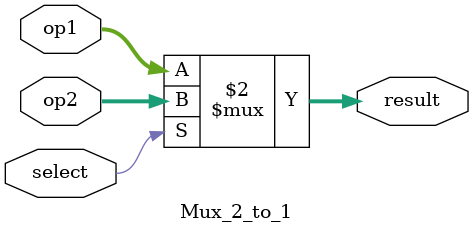
<source format=v>
`timescale 1ns/1ns

module Mux_2_to_1(op1, op2, select, result);
    input [31:0] op1, op2;
    input select;
    output [31:0] result;
    
    assign result = (select == 1'b1) ? op2 : op1;
endmodule
</source>
